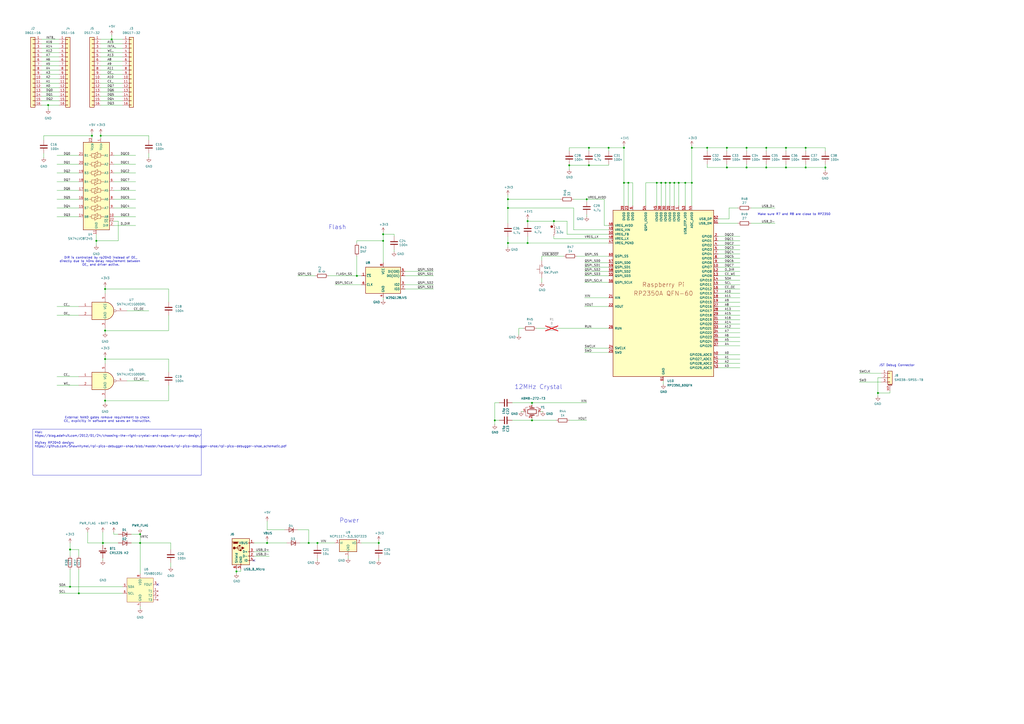
<source format=kicad_sch>
(kicad_sch (version 20250114) (generator "eeschema") (generator_version "9.0")
  (paper "A2")
  (circle (center 320.04 131.445) (radius 0.635) (stroke (width 0) (color 132 0 0 1)) (fill (type color) (color 132 0 0 1)))
  (text "Flash" (at 190.5 133.35 0) (effects (font (size 2.54 2.54)) (justify left bottom)))
  (text "DIR is controlled by rp2040 instead of OE_\ndirectly due to 40ns delay requirement between \nOE_ and driver active." (at 58.42 151.638 0) (effects (font (size 1.27 1.27))))
  (text "External NAND gates remove requirement to check\nCE_ explicitly in software and saves an instruction." (at 62.23 243.332 0) (effects (font (size 1.27 1.27))))
  (text "12MHz Crystal" (at 298.45 226.06 0) (effects (font (size 2.54 2.54)) (justify left bottom)))
  (text "Make sure R7 and R8 are close to RP2350\n" (at 439.42 125.095 0) (effects (font (size 1.27 1.27)) (justify left bottom)))
  (text "Power" (at 196.85 303.53 0) (effects (font (size 2.54 2.54)) (justify left bottom)))
  (text "JST Debug Connector" (at 509.905 212.725 0) (effects (font (size 1.27 1.27)) (justify left bottom)))
  (text_box "Xtal:\nhttps://blog.adafruit.com/2012/01/24/choosing-the-right-crystal-and-caps-for-your-design/\n\nDigikey RP2040 design:\nhttps://github.com/ShawnHymel/rpi-pico-debugger-shoe/blob/master/hardware/rpi-pico-debugger-shoe/rpi-pico-debugger-shoe_schematic.pdf" (at 19.05 248.92 0) (size 97.79 26.67) (margins 0.9525 0.9525 0.9525 0.9525) (effects (font (size 1.27 1.27)) (justify left top)))
  (junction (at 509.27 227.965))
  (junction (at 60.96 208.28))
  (junction (at 467.36 85.725))
  (junction (at 306.07 140.97))
  (junction (at 59.69 314.96))
  (junction (at 341.63 85.725))
  (junction (at 60.96 191.77))
  (junction (at 53.34 78.74))
  (junction (at 340.36 115.57))
  (junction (at 64.77 22.86))
  (junction (at 364.49 106.045))
  (junction (at 294.64 120.65))
  (junction (at 467.36 97.155))
  (junction (at 154.94 314.96))
  (junction (at 401.32 85.725))
  (junction (at 55.88 139.7))
  (junction (at 184.15 314.96))
  (junction (at 45.72 344.17))
  (junction (at 341.63 95.885))
  (junction (at 179.07 314.96))
  (junction (at 421.64 97.155))
  (junction (at 81.28 309.88))
  (junction (at 60.96 167.64))
  (junction (at 219.71 314.96))
  (junction (at 444.5 97.155))
  (junction (at 222.25 139.7))
  (junction (at 433.07 97.155))
  (junction (at 393.7 106.045))
  (junction (at 455.93 85.725))
  (junction (at 455.93 97.155))
  (junction (at 410.21 85.725))
  (junction (at 421.64 85.725))
  (junction (at 287.02 243.84))
  (junction (at 361.95 85.725))
  (junction (at 444.5 85.725))
  (junction (at 383.54 106.045))
  (junction (at 321.31 128.27))
  (junction (at 58.42 78.74))
  (junction (at 381 106.045))
  (junction (at 397.51 106.045))
  (junction (at 478.79 97.155))
  (junction (at 433.07 85.725))
  (junction (at 60.96 232.41))
  (junction (at 330.2 95.885))
  (junction (at 81.28 314.96))
  (junction (at 401.32 106.045))
  (junction (at 40.64 318.77))
  (junction (at 361.95 106.045))
  (junction (at 294.64 115.57))
  (junction (at 308.61 233.68))
  (junction (at 353.06 85.725))
  (junction (at 294.64 140.97))
  (junction (at 386.08 106.045))
  (junction (at 207.01 160.02))
  (junction (at 388.62 106.045))
  (junction (at 391.16 106.045))
  (junction (at 137.16 331.47))
  (junction (at 40.64 340.36))
  (junction (at 308.61 243.84))
  (junction (at 222.25 135.89))
  (junction (at 306.07 128.27))
  (junction (at 27.94 60.96))
  (no_connect (at 91.44 339.09))
  (no_connect (at 147.32 325.12))
  (wire (pts (xy 341.63 87.63) (xy 341.63 85.725)))
  (wire (pts (xy 59.69 314.96) (xy 68.58 314.96)))
  (wire (pts (xy 323.85 190.5) (xy 353.06 190.5)))
  (wire (pts (xy 455.93 95.25) (xy 455.93 97.155)))
  (wire (pts (xy 416.56 210.82) (xy 429.26 210.82)))
  (wire (pts (xy 308.61 233.68) (xy 340.36 233.68)))
  (wire (pts (xy 222.25 135.89) (xy 222.25 139.7)))
  (wire (pts (xy 416.56 177.8) (xy 429.26 177.8)))
  (wire (pts (xy 294.64 120.65) (xy 294.64 129.54)))
  (wire (pts (xy 66.04 308.61) (xy 66.04 309.88)))
  (wire (pts (xy 353.06 85.725) (xy 361.95 85.725)))
  (wire (pts (xy 228.6 144.78) (xy 228.6 146.05)))
  (wire (pts (xy 60.96 207.01) (xy 60.96 208.28)))
  (wire (pts (xy 81.28 309.88) (xy 81.28 314.96)))
  (wire (pts (xy 421.64 97.155) (xy 410.21 97.155)))
  (wire (pts (xy 478.79 97.155) (xy 478.79 99.06)))
  (wire (pts (xy 321.31 138.43) (xy 321.31 137.16)))
  (wire (pts (xy 66.04 115.57) (xy 78.74 115.57)))
  (wire (pts (xy 410.21 87.63) (xy 410.21 85.725)))
  (wire (pts (xy 24.13 40.64) (xy 34.29 40.64)))
  (wire (pts (xy 60.96 232.41) (xy 97.79 232.41)))
  (wire (pts (xy 416.56 180.34) (xy 429.26 180.34)))
  (wire (pts (xy 59.69 308.61) (xy 59.69 314.96)))
  (wire (pts (xy 33.02 90.17) (xy 45.72 90.17)))
  (wire (pts (xy 58.42 50.8) (xy 71.12 50.8)))
  (wire (pts (xy 201.93 322.58) (xy 201.93 323.85)))
  (wire (pts (xy 24.13 30.48) (xy 34.29 30.48)))
  (wire (pts (xy 364.49 106.045) (xy 367.03 106.045)))
  (wire (pts (xy 339.09 154.94) (xy 353.06 154.94)))
  (wire (pts (xy 416.56 190.5) (xy 429.26 190.5)))
  (wire (pts (xy 33.02 100.33) (xy 45.72 100.33)))
  (wire (pts (xy 50.8 308.61) (xy 50.8 314.96)))
  (wire (pts (xy 397.51 119.38) (xy 397.51 106.045)))
  (wire (pts (xy 222.25 172.72) (xy 222.25 173.99)))
  (wire (pts (xy 401.32 84.455) (xy 401.32 85.725)))
  (wire (pts (xy 58.42 35.56) (xy 71.12 35.56)))
  (wire (pts (xy 228.6 137.16) (xy 228.6 135.89)))
  (wire (pts (xy 467.36 95.25) (xy 467.36 97.155)))
  (wire (pts (xy 219.71 314.96) (xy 219.71 313.69)))
  (wire (pts (xy 381 106.045) (xy 383.54 106.045)))
  (wire (pts (xy 172.72 307.34) (xy 179.07 307.34)))
  (wire (pts (xy 66.04 125.73) (xy 78.74 125.73)))
  (wire (pts (xy 350.52 130.81) (xy 353.06 130.81)))
  (wire (pts (xy 66.04 130.81) (xy 78.74 130.81)))
  (wire (pts (xy 306.07 127) (xy 306.07 128.27)))
  (wire (pts (xy 219.71 323.85) (xy 219.71 325.12)))
  (wire (pts (xy 421.64 85.725) (xy 433.07 85.725)))
  (wire (pts (xy 25.4 88.9) (xy 25.4 91.44)))
  (wire (pts (xy 33.02 110.49) (xy 45.72 110.49)))
  (wire (pts (xy 24.13 27.94) (xy 34.29 27.94)))
  (wire (pts (xy 330.2 95.25) (xy 330.2 95.885)))
  (wire (pts (xy 60.96 167.64) (xy 97.79 167.64)))
  (wire (pts (xy 435.61 120.65) (xy 449.58 120.65)))
  (wire (pts (xy 45.72 330.2) (xy 45.72 344.17)))
  (wire (pts (xy 45.72 318.77) (xy 40.64 318.77)))
  (wire (pts (xy 422.91 120.65) (xy 427.99 120.65)))
  (wire (pts (xy 416.56 127) (xy 422.91 127)))
  (wire (pts (xy 353.06 135.89) (xy 328.93 135.89)))
  (wire (pts (xy 45.72 344.17) (xy 71.12 344.17)))
  (wire (pts (xy 81.28 353.06) (xy 81.28 351.79)))
  (wire (pts (xy 308.61 234.95) (xy 308.61 233.68)))
  (wire (pts (xy 361.95 84.455) (xy 361.95 85.725)))
  (wire (pts (xy 66.04 309.88) (xy 68.58 309.88)))
  (wire (pts (xy 55.88 139.7) (xy 55.88 142.24)))
  (wire (pts (xy 421.64 95.25) (xy 421.64 97.155)))
  (wire (pts (xy 327.025 148.59) (xy 314.325 148.59)))
  (wire (pts (xy 76.2 314.96) (xy 81.28 314.96)))
  (wire (pts (xy 97.79 167.64) (xy 97.79 175.26)))
  (wire (pts (xy 58.42 45.72) (xy 71.12 45.72)))
  (wire (pts (xy 313.69 238.76) (xy 314.96 238.76)))
  (wire (pts (xy 58.42 58.42) (xy 71.12 58.42)))
  (wire (pts (xy 209.55 314.96) (xy 219.71 314.96)))
  (wire (pts (xy 99.06 318.77) (xy 99.06 314.96)))
  (wire (pts (xy 416.56 175.26) (xy 429.26 175.26)))
  (wire (pts (xy 353.06 95.885) (xy 353.06 95.25)))
  (wire (pts (xy 478.79 87.63) (xy 478.79 85.725)))
  (wire (pts (xy 60.96 167.64) (xy 60.96 170.18)))
  (wire (pts (xy 416.56 185.42) (xy 429.26 185.42)))
  (wire (pts (xy 25.4 81.28) (xy 25.4 78.74)))
  (wire (pts (xy 60.96 166.37) (xy 60.96 167.64)))
  (wire (pts (xy 339.09 157.48) (xy 353.06 157.48)))
  (wire (pts (xy 60.96 231.14) (xy 60.96 232.41)))
  (wire (pts (xy 361.95 106.045) (xy 361.95 119.38)))
  (wire (pts (xy 207.01 160.02) (xy 209.55 160.02)))
  (wire (pts (xy 24.13 25.4) (xy 34.29 25.4)))
  (wire (pts (xy 444.5 87.63) (xy 444.5 85.725)))
  (wire (pts (xy 154.94 302.26) (xy 154.94 307.34)))
  (wire (pts (xy 306.07 129.54) (xy 306.07 128.27)))
  (wire (pts (xy 24.13 43.18) (xy 34.29 43.18)))
  (wire (pts (xy 401.32 85.725) (xy 410.21 85.725)))
  (wire (pts (xy 391.16 106.045) (xy 393.7 106.045)))
  (wire (pts (xy 297.18 233.68) (xy 308.61 233.68)))
  (wire (pts (xy 401.32 85.725) (xy 401.32 106.045)))
  (wire (pts (xy 184.15 316.23) (xy 184.15 314.96)))
  (wire (pts (xy 58.42 33.02) (xy 71.12 33.02)))
  (wire (pts (xy 444.5 95.25) (xy 444.5 97.155)))
  (wire (pts (xy 339.09 160.02) (xy 353.06 160.02)))
  (wire (pts (xy 97.79 208.28) (xy 97.79 215.9)))
  (wire (pts (xy 81.28 314.96) (xy 81.28 332.74)))
  (wire (pts (xy 58.42 30.48) (xy 71.12 30.48)))
  (wire (pts (xy 228.6 135.89) (xy 222.25 135.89)))
  (wire (pts (xy 509.27 227.965) (xy 509.27 229.87)))
  (wire (pts (xy 58.42 43.18) (xy 71.12 43.18)))
  (wire (pts (xy 416.56 147.32) (xy 429.26 147.32)))
  (wire (pts (xy 509.27 227.965) (xy 516.255 227.965)))
  (wire (pts (xy 234.95 160.02) (xy 251.46 160.02)))
  (wire (pts (xy 40.64 330.2) (xy 40.64 340.36)))
  (wire (pts (xy 384.81 220.98) (xy 384.81 222.885)))
  (wire (pts (xy 33.02 182.88) (xy 45.72 182.88)))
  (wire (pts (xy 24.13 45.72) (xy 34.29 45.72)))
  (wire (pts (xy 66.04 90.17) (xy 78.74 90.17)))
  (wire (pts (xy 294.64 115.57) (xy 294.64 120.65)))
  (wire (pts (xy 139.7 330.2) (xy 139.7 331.47)))
  (wire (pts (xy 222.25 139.7) (xy 222.25 152.4)))
  (wire (pts (xy 173.99 314.96) (xy 179.07 314.96)))
  (wire (pts (xy 308.61 243.84) (xy 322.58 243.84)))
  (wire (pts (xy 58.42 60.96) (xy 71.12 60.96)))
  (wire (pts (xy 416.56 193.04) (xy 429.26 193.04)))
  (wire (pts (xy 340.36 115.57) (xy 340.36 116.84)))
  (wire (pts (xy 58.42 27.94) (xy 71.12 27.94)))
  (wire (pts (xy 289.56 233.68) (xy 287.02 233.68)))
  (wire (pts (xy 330.2 95.885) (xy 330.2 98.425)))
  (wire (pts (xy 393.7 106.045) (xy 397.51 106.045)))
  (wire (pts (xy 53.34 77.47) (xy 53.34 78.74)))
  (wire (pts (xy 68.58 139.7) (xy 68.58 128.27)))
  (wire (pts (xy 289.56 243.84) (xy 287.02 243.84)))
  (wire (pts (xy 388.62 106.045) (xy 391.16 106.045)))
  (wire (pts (xy 467.36 85.725) (xy 478.79 85.725)))
  (wire (pts (xy 416.56 182.88) (xy 429.26 182.88)))
  (wire (pts (xy 154.94 313.69) (xy 154.94 314.96)))
  (wire (pts (xy 416.56 200.66) (xy 429.26 200.66)))
  (wire (pts (xy 388.62 119.38) (xy 388.62 106.045)))
  (wire (pts (xy 416.56 167.64) (xy 429.26 167.64)))
  (wire (pts (xy 66.04 100.33) (xy 78.74 100.33)))
  (wire (pts (xy 58.42 22.86) (xy 64.77 22.86)))
  (wire (pts (xy 416.56 152.4) (xy 429.26 152.4)))
  (wire (pts (xy 314.325 161.29) (xy 314.325 163.83)))
  (wire (pts (xy 60.96 191.77) (xy 60.96 193.04)))
  (wire (pts (xy 306.07 128.27) (xy 321.31 128.27)))
  (wire (pts (xy 24.13 53.34) (xy 34.29 53.34)))
  (wire (pts (xy 297.18 243.84) (xy 308.61 243.84)))
  (wire (pts (xy 60.96 190.5) (xy 60.96 191.77)))
  (wire (pts (xy 194.31 165.1) (xy 209.55 165.1)))
  (wire (pts (xy 137.16 331.47) (xy 137.16 332.74)))
  (wire (pts (xy 393.7 106.045) (xy 393.7 119.38)))
  (wire (pts (xy 433.07 87.63) (xy 433.07 85.725)))
  (wire (pts (xy 498.475 221.615) (xy 511.175 221.615)))
  (wire (pts (xy 33.02 115.57) (xy 45.72 115.57)))
  (wire (pts (xy 66.04 120.65) (xy 78.74 120.65)))
  (wire (pts (xy 58.42 38.1) (xy 71.12 38.1)))
  (wire (pts (xy 294.64 137.16) (xy 294.64 140.97)))
  (wire (pts (xy 68.58 128.27) (xy 66.04 128.27)))
  (wire (pts (xy 498.475 216.535) (xy 511.175 216.535)))
  (wire (pts (xy 24.13 48.26) (xy 34.29 48.26)))
  (wire (pts (xy 511.175 219.075) (xy 509.27 219.075)))
  (wire (pts (xy 184.15 323.85) (xy 184.15 325.12)))
  (wire (pts (xy 444.5 97.155) (xy 433.07 97.155)))
  (wire (pts (xy 416.56 198.12) (xy 429.26 198.12)))
  (wire (pts (xy 383.54 119.38) (xy 383.54 106.045)))
  (wire (pts (xy 33.02 95.25) (xy 45.72 95.25)))
  (wire (pts (xy 294.64 115.57) (xy 325.12 115.57)))
  (wire (pts (xy 311.15 190.5) (xy 316.23 190.5)))
  (wire (pts (xy 58.42 78.74) (xy 58.42 80.01)))
  (wire (pts (xy 478.79 95.25) (xy 478.79 97.155)))
  (wire (pts (xy 433.07 95.25) (xy 433.07 97.155)))
  (wire (pts (xy 59.69 314.96) (xy 59.69 316.23)))
  (wire (pts (xy 137.16 330.2) (xy 137.16 331.47)))
  (wire (pts (xy 97.79 191.77) (xy 97.79 182.88)))
  (wire (pts (xy 60.96 232.41) (xy 60.96 233.68)))
  (wire (pts (xy 58.42 53.34) (xy 71.12 53.34)))
  (wire (pts (xy 353.06 148.59) (xy 334.645 148.59)))
  (wire (pts (xy 339.09 172.72) (xy 353.06 172.72)))
  (wire (pts (xy 467.36 87.63) (xy 467.36 85.725)))
  (wire (pts (xy 294.64 113.03) (xy 294.64 115.57)))
  (wire (pts (xy 416.56 165.1) (xy 429.26 165.1)))
  (wire (pts (xy 416.56 129.54) (xy 427.99 129.54)))
  (wire (pts (xy 40.64 340.36) (xy 71.12 340.36)))
  (wire (pts (xy 306.07 140.97) (xy 353.06 140.97)))
  (wire (pts (xy 60.96 208.28) (xy 60.96 210.82)))
  (wire (pts (xy 58.42 25.4) (xy 71.12 25.4)))
  (wire (pts (xy 332.74 115.57) (xy 340.36 115.57)))
  (wire (pts (xy 433.07 97.155) (xy 421.64 97.155)))
  (wire (pts (xy 455.93 85.725) (xy 467.36 85.725)))
  (wire (pts (xy 416.56 154.94) (xy 429.26 154.94)))
  (wire (pts (xy 294.64 140.97) (xy 294.64 143.51)))
  (wire (pts (xy 172.72 160.02) (xy 182.88 160.02)))
  (wire (pts (xy 222.25 134.62) (xy 222.25 135.89)))
  (wire (pts (xy 416.56 170.18) (xy 429.26 170.18)))
  (wire (pts (xy 416.56 172.72) (xy 429.26 172.72)))
  (wire (pts (xy 33.02 120.65) (xy 45.72 120.65)))
  (wire (pts (xy 287.02 243.84) (xy 287.02 246.38)))
  (wire (pts (xy 391.16 119.38) (xy 391.16 106.045)))
  (wire (pts (xy 308.61 242.57) (xy 308.61 243.84)))
  (wire (pts (xy 50.8 314.96) (xy 59.69 314.96)))
  (wire (pts (xy 341.63 95.25) (xy 341.63 95.885)))
  (wire (pts (xy 341.63 85.725) (xy 353.06 85.725)))
  (wire (pts (xy 341.63 95.885) (xy 353.06 95.885)))
  (wire (pts (xy 421.64 87.63) (xy 421.64 85.725)))
  (wire (pts (xy 45.72 322.58) (xy 45.72 318.77)))
  (wire (pts (xy 34.29 344.17) (xy 45.72 344.17)))
  (wire (pts (xy 58.42 40.64) (xy 71.12 40.64)))
  (wire (pts (xy 401.32 106.045) (xy 401.32 119.38)))
  (wire (pts (xy 332.74 133.35) (xy 353.06 133.35)))
  (wire (pts (xy 58.42 77.47) (xy 58.42 78.74)))
  (wire (pts (xy 234.95 165.1) (xy 251.46 165.1)))
  (wire (pts (xy 147.32 314.96) (xy 154.94 314.96)))
  (wire (pts (xy 58.42 55.88) (xy 71.12 55.88)))
  (wire (pts (xy 97.79 232.41) (xy 97.79 223.52)))
  (wire (pts (xy 367.03 106.045) (xy 367.03 119.38)))
  (wire (pts (xy 353.06 177.8) (xy 339.09 177.8)))
  (wire (pts (xy 27.94 60.96) (xy 27.94 63.5)))
  (wire (pts (xy 33.02 223.52) (xy 45.72 223.52)))
  (wire (pts (xy 416.56 205.74) (xy 429.26 205.74)))
  (wire (pts (xy 33.02 105.41) (xy 45.72 105.41)))
  (wire (pts (xy 455.93 87.63) (xy 455.93 85.725)))
  (wire (pts (xy 24.13 33.02) (xy 34.29 33.02)))
  (wire (pts (xy 303.53 190.5) (xy 300.99 190.5)))
  (wire (pts (xy 147.32 322.58) (xy 156.21 322.58)))
  (wire (pts (xy 416.56 162.56) (xy 429.26 162.56)))
  (wire (pts (xy 467.36 97.155) (xy 478.79 97.155)))
  (wire (pts (xy 416.56 137.16) (xy 429.26 137.16)))
  (wire (pts (xy 33.02 177.8) (xy 45.72 177.8)))
  (wire (pts (xy 516.255 226.695) (xy 516.255 227.965)))
  (wire (pts (xy 353.06 163.83) (xy 339.09 163.83)))
  (wire (pts (xy 314.325 148.59) (xy 314.325 151.13)))
  (wire (pts (xy 64.77 22.86) (xy 71.12 22.86)))
  (wire (pts (xy 306.07 137.16) (xy 306.07 140.97)))
  (wire (pts (xy 444.5 85.725) (xy 455.93 85.725)))
  (wire (pts (xy 416.56 187.96) (xy 429.26 187.96)))
  (wire (pts (xy 40.64 314.96) (xy 40.64 318.77)))
  (wire (pts (xy 287.02 233.68) (xy 287.02 243.84)))
  (wire (pts (xy 383.54 106.045) (xy 386.08 106.045)))
  (wire (pts (xy 374.65 106.045) (xy 381 106.045)))
  (wire (pts (xy 328.93 135.89) (xy 328.93 128.27)))
  (wire (pts (xy 234.95 167.64) (xy 251.46 167.64)))
  (wire (pts (xy 364.49 119.38) (xy 364.49 106.045)))
  (wire (pts (xy 24.13 35.56) (xy 34.29 35.56)))
  (wire (pts (xy 339.09 152.4) (xy 353.06 152.4)))
  (wire (pts (xy 294.64 140.97) (xy 306.07 140.97)))
  (wire (pts (xy 73.66 180.34) (xy 86.36 180.34)))
  (wire (pts (xy 455.93 97.155) (xy 444.5 97.155)))
  (wire (pts (xy 386.08 119.38) (xy 386.08 106.045)))
  (wire (pts (xy 381 119.38) (xy 381 106.045)))
  (wire (pts (xy 34.29 340.36) (xy 40.64 340.36)))
  (wire (pts (xy 59.69 323.85) (xy 59.69 325.12)))
  (wire (pts (xy 361.95 85.725) (xy 361.95 106.045)))
  (wire (pts (xy 435.61 129.54) (xy 449.58 129.54)))
  (wire (pts (xy 397.51 106.045) (xy 401.32 106.045)))
  (wire (pts (xy 55.88 135.89) (xy 55.88 139.7)))
  (wire (pts (xy 410.21 95.25) (xy 410.21 97.155)))
  (wire (pts (xy 86.36 88.9) (xy 86.36 91.44)))
  (wire (pts (xy 207.01 139.7) (xy 222.25 139.7)))
  (wire (pts (xy 86.36 78.74) (xy 86.36 81.28)))
  (wire (pts (xy 190.5 160.02) (xy 207.01 160.02)))
  (wire (pts (xy 24.13 50.8) (xy 34.29 50.8)))
  (wire (pts (xy 219.71 316.23) (xy 219.71 314.96)))
  (wire (pts (xy 416.56 142.24) (xy 429.26 142.24)))
  (wire (pts (xy 353.06 201.93) (xy 339.09 201.93)))
  (wire (pts (xy 34.29 60.96) (xy 27.94 60.96)))
  (wire (pts (xy 99.06 314.96) (xy 81.28 314.96)))
  (wire (pts (xy 207.01 140.97) (xy 207.01 139.7)))
  (wire (pts (xy 24.13 58.42) (xy 34.29 58.42)))
  (wire (pts (xy 179.07 307.34) (xy 179.07 314.96)))
  (wire (pts (xy 147.32 320.04) (xy 156.21 320.04)))
  (wire (pts (xy 422.91 120.65) (xy 422.91 127)))
  (wire (pts (xy 24.13 60.96) (xy 27.94 60.96)))
  (wire (pts (xy 60.96 191.77) (xy 97.79 191.77)))
  (wire (pts (xy 139.7 331.47) (xy 137.16 331.47)))
  (wire (pts (xy 76.2 309.88) (xy 81.28 309.88)))
  (wire (pts (xy 353.06 87.63) (xy 353.06 85.725)))
  (wire (pts (xy 66.04 110.49) (xy 78.74 110.49)))
  (wire (pts (xy 24.13 38.1) (xy 34.29 38.1)))
  (wire (pts (xy 416.56 213.36) (xy 429.26 213.36)))
  (wire (pts (xy 24.13 55.88) (xy 34.29 55.88)))
  (wire (pts (xy 364.49 106.045) (xy 361.95 106.045)))
  (wire (pts (xy 55.88 139.7) (xy 68.58 139.7)))
  (wire (pts (xy 416.56 144.78) (xy 429.26 144.78)))
  (wire (pts (xy 33.02 218.44) (xy 45.72 218.44)))
  (wire (pts (xy 66.04 105.41) (xy 78.74 105.41)))
  (wire (pts (xy 25.4 78.74) (xy 53.34 78.74)))
  (wire (pts (xy 509.27 219.075) (xy 509.27 227.965)))
  (wire (pts (xy 73.66 220.98) (xy 86.36 220.98)))
  (wire (pts (xy 332.74 120.65) (xy 332.74 133.35)))
  (wire (pts (xy 416.56 157.48) (xy 429.26 157.48)))
  (wire (pts (xy 302.26 238.76) (xy 303.53 238.76)))
  (wire (pts (xy 154.94 314.96) (xy 166.37 314.96)))
  (wire (pts (xy 340.36 125.73) (xy 340.36 124.46)))
  (wire (pts (xy 330.2 87.63) (xy 330.2 85.725)))
  (wire (pts (xy 179.07 314.96) (xy 184.15 314.96)))
  (wire (pts (xy 154.94 307.34) (xy 165.1 307.34)))
  (wire (pts (xy 294.64 120.65) (xy 332.74 120.65)))
  (wire (pts (xy 58.42 48.26) (xy 71.12 48.26)))
  (wire (pts (xy 340.36 115.57) (xy 350.52 115.57)))
  (wire (pts (xy 416.56 139.7) (xy 429.26 139.7)))
  (wire (pts (xy 416.56 195.58) (xy 429.26 195.58)))
  (wire (pts (xy 353.06 204.47) (xy 339.09 204.47)))
  (wire (pts (xy 321.31 138.43) (xy 353.06 138.43)))
  (wire (pts (xy 386.08 106.045) (xy 388.62 106.045)))
  (wire (pts (xy 374.65 119.38) (xy 374.65 106.045)))
  (wire (pts (xy 66.04 95.25) (xy 78.74 95.25)))
  (wire (pts (xy 24.13 22.86) (xy 34.29 22.86)))
  (wire (pts (xy 467.36 97.155) (xy 455.93 97.155)))
  (wire (pts (xy 194.31 314.96) (xy 184.15 314.96)))
  (wire (pts (xy 40.64 318.77) (xy 40.64 322.58)))
  (wire (pts (xy 58.42 78.74) (xy 86.36 78.74)))
  (wire (pts (xy 99.06 326.39) (xy 99.06 328.93)))
  (wire (pts (xy 350.52 115.57) (xy 350.52 130.81)))
  (wire (pts (xy 330.2 85.725) (xy 341.63 85.725)))
  (wire (pts (xy 53.34 78.74) (xy 53.34 80.01)))
  (wire (pts (xy 33.02 125.73) (xy 45.72 125.73)))
  (wire (pts (xy 410.21 85.725) (xy 421.64 85.725)))
  (wire (pts (xy 433.07 85.725) (xy 444.5 85.725)))
  (wire (pts (xy 64.77 20.32) (xy 64.77 22.86)))
  (wire (pts (xy 60.96 208.28) (xy 97.79 208.28)))
  (wire (pts (xy 300.99 190.5) (xy 300.99 194.31)))
  (wire (pts (xy 416.56 208.28) (xy 429.26 208.28)))
  (wire (pts (xy 328.93 128.27) (xy 321.31 128.27)))
  (wire (pts (xy 234.95 157.48) (xy 251.46 157.48)))
  (wire (pts (xy 321.31 128.27) (xy 321.31 129.54)))
  (wire (pts (xy 416.56 149.86) (xy 429.26 149.86)))
  (wire (pts (xy 330.2 95.885) (xy 341.63 95.885)))
  (wire (pts (xy 416.56 160.02) (xy 429.26 160.02)))
  (wire (pts (xy 330.2 243.84) (xy 340.36 243.84)))
  (wire (pts (xy 207.01 148.59) (xy 207.01 160.02)))
  (label "DQC4" (at 420.37 147.32 0))
  (label "DQ6" (at 62.23 53.34 0))
  (label "A5" (at 420.37 198.12 0))
  (label "A10" (at 62.23 45.72 0))
  (label "DQ5" (at 36.83 115.57 0))
  (label "VIN" (at 186.055 314.96 0))
  (label "A3" (at 420.37 213.36 0))
  (label "DQC2" (at 420.37 142.24 0))
  (label "~{USB_BOOT}" (at 314.325 148.59 0))
  (label "SDA" (at 420.37 162.56 0))
  (label "A0" (at 26.67 50.8 0))
  (label "QSPI_SD2" (at 251.46 165.1 180))
  (label "CE_" (at 36.83 177.8 0))
  (label "A3" (at 26.67 43.18 0))
  (label "DQ7" (at 62.23 50.8 0))
  (label "A14" (at 26.67 27.94 0))
  (label "D_DIR" (at 69.85 130.81 0))
  (label "DQC5" (at 69.85 115.57 0))
  (label "DQC3" (at 69.85 125.73 0))
  (label "A0" (at 420.37 205.74 0))
  (label "DQC1" (at 420.37 139.7 0))
  (label "A15" (at 62.23 25.4 0))
  (label "A12" (at 420.37 190.5 0))
  (label "XIN" (at 339.09 172.72 0))
  (label "DQC4" (at 69.85 120.65 0))
  (label "A9" (at 420.37 175.26 0))
  (label "CE_" (at 36.83 218.44 0))
  (label "A12" (at 26.67 30.48 0))
  (label "DQC0" (at 420.37 137.16 0))
  (label "A8" (at 62.23 35.56 0))
  (label "DQC5" (at 420.37 149.86 0))
  (label "A13" (at 62.23 33.02 0))
  (label "VREG_LX" (at 339.09 138.43 0))
  (label "A4" (at 420.37 200.66 0))
  (label "SWD" (at 339.09 204.47 0))
  (label "XOUT" (at 339.09 177.8 0))
  (label "A2" (at 26.67 45.72 0))
  (label "A6" (at 420.37 195.58 0))
  (label "A7" (at 26.67 33.02 0))
  (label "DQC6" (at 420.37 152.4 0))
  (label "QSPI_SD1" (at 339.09 154.94 0))
  (label "A1" (at 26.67 48.26 0))
  (label "XIN" (at 340.36 233.68 180))
  (label "DQC7" (at 420.37 154.94 0))
  (label "QSPI_SS" (at 172.72 160.02 0))
  (label "CE_WE" (at 420.37 160.02 0))
  (label "WE_" (at 62.23 30.48 0))
  (label "USB_D+" (at 449.58 120.65 180))
  (label "QSPI_SD0" (at 339.09 152.4 0))
  (label "INTB_" (at 26.67 22.86 0))
  (label "DQ1" (at 36.83 95.25 0))
  (label "XOUT" (at 340.36 243.84 180))
  (label "A10" (at 420.37 170.18 0))
  (label "DQ3" (at 36.83 125.73 0))
  (label "CE_" (at 62.23 48.26 0))
  (label "A5" (at 26.67 38.1 0))
  (label "DQ0" (at 26.67 53.34 0))
  (label "QSPI_SD2" (at 339.09 157.48 0))
  (label "RUN" (at 339.09 190.5 0))
  (label "SCL" (at 420.37 165.1 0))
  (label "CE_OE" (at 420.37 167.64 0))
  (label "A4" (at 26.67 40.64 0))
  (label "DQC1" (at 69.85 95.25 0))
  (label "SWD" (at 498.475 221.615 0))
  (label "DQ7" (at 36.83 105.41 0))
  (label "FLASH_SS" (at 194.945 160.02 0))
  (label "QSPI_SD3" (at 251.46 167.64 180))
  (label "USB_D-" (at 449.58 129.54 180))
  (label "VREG_AVDD" (at 340.995 115.57 0))
  (label "A8" (at 420.37 177.8 0))
  (label "DQC6" (at 69.85 110.49 0))
  (label "DQC2" (at 69.85 100.33 0))
  (label "QSPI_SCLK" (at 194.31 165.1 0))
  (label "A7" (at 420.37 193.04 0))
  (label "DQ1" (at 26.67 55.88 0))
  (label "SWCLK" (at 498.475 216.535 0))
  (label "DQ0" (at 36.83 90.17 0))
  (label "VRTC" (at 81.28 312.42 0))
  (label "QSPI_SS" (at 339.09 148.59 0))
  (label "QSPI_SD3" (at 339.09 160.02 0))
  (label "A9" (at 62.23 38.1 0))
  (label "USB_D+" (at 156.21 320.04 180))
  (label "WE_" (at 36.83 223.52 0))
  (label "A16" (at 420.37 185.42 0))
  (label "D_DIR" (at 420.37 157.48 0))
  (label "QSPI_SD0" (at 251.46 157.48 180))
  (label "CE_OE" (at 77.47 180.34 0))
  (label "SDA" (at 34.29 340.36 0))
  (label "INTA_" (at 62.23 27.94 0))
  (label "DQC7" (at 69.85 105.41 0))
  (label "QSPI_SD1" (at 251.46 160.02 180))
  (label "A15" (at 420.37 182.88 0))
  (label "DQ5" (at 62.23 55.88 0))
  (label "SCL" (at 34.29 344.17 0))
  (label "A11" (at 420.37 172.72 0))
  (label "QSPI_SCLK" (at 339.09 163.83 0))
  (label "DQ3" (at 62.23 60.96 0))
  (label "DQ4" (at 36.83 120.65 0))
  (label "A1" (at 420.37 208.28 0))
  (label "SWCLK" (at 339.09 201.93 0))
  (label "A14" (at 420.37 187.96 0))
  (label "OE_" (at 36.83 182.88 0))
  (label "A13" (at 420.37 180.34 0))
  (label "OE_" (at 62.23 43.18 0))
  (label "DQ2" (at 36.83 100.33 0))
  (label "DQ6" (at 36.83 110.49 0))
  (label "A2" (at 420.37 210.82 0))
  (label "USB_D-" (at 156.21 322.58 180))
  (label "A16" (at 26.67 25.4 0))
  (label "DQC3" (at 420.37 144.78 0))
  (label "A11" (at 62.23 40.64 0))
  (label "DQ2" (at 26.67 58.42 0))
  (label "A6" (at 26.67 35.56 0))
  (label "DQC0" (at 69.85 90.17 0))
  (label "CE_WE" (at 77.47 220.98 0))
  (label "DQ4" (at 62.23 58.42 0))
  (symbol (lib_id "power:+3V3") (at 222.25 134.62 0) (unit 1)
    (property "Reference" "#PWR0102" (effects (hide yes)))
    (property "Value" "+3V3" (at 222.631 130.2258 0))
  )
  (symbol (lib_id "power:GND") (at 222.25 173.99 0) (unit 1)
    (property "Reference" "#PWR05" (effects (hide yes)))
    (property "Value" "GND" (at 218.44 175.26 0))
  )
  (symbol (lib_id "power:GND") (at 184.15 325.12 0) (unit 1)
    (property "Reference" "#PWR03" (effects (hide yes)))
    (property "Value" "GND" (at 180.34 326.39 0))
  )
  (symbol (lib_id "Connector_Generic:Conn_01x16") (at 76.2 40.64 0) (unit 1)
    (property "Reference" "J3" (at 76.2 16.51 0))
    (property "Value" "DBG17-32" (at 76.2 19.05 0))
    (property "Footprint" "Connector_PinHeader_2.54mm:PinHeader_1x16_P2.54mm_Vertical" (effects (hide yes)))
    (property "Description" "Generic connector, single row, 01x16, script generated (kicad-library-utils/schlib/autogen/connector/)" (effects (hide yes)))
  )
  (symbol (lib_id "Device:R") (at 40.64 326.39 180) (unit 1)
    (property "Reference" "R38" (at 38.608 326.39 90))
    (property "Value" "4k7" (at 40.64 326.39 90))
    (property "Footprint" "Resistor_SMD:R_0402_1005Metric" (effects (hide yes)))
    (property "Description" "Resistor" (effects (hide yes)))
  )
  (symbol (lib_id "power:PWR_FLAG") (at 50.8 308.61 0) (unit 1)
    (property "Reference" "#FLG01" (effects (hide yes)))
    (property "Value" "PWR_FLAG" (at 50.8 303.53 0))
    (property "Description" "Special symbol for telling ERC where power comes from" (effects (hide yes)))
  )
  (symbol (lib_id "power:GND") (at 509.27 229.87 0) (mirror y) (unit 1)
    (property "Reference" "#PWR061" (effects (hide yes)))
    (property "Value" "GND" (at 509.143 234.2642 0))
  )
  (symbol (lib_id "power:+3V3") (at 60.96 166.37 0) (unit 1)
    (property "Reference" "#PWR013" (effects (hide yes)))
    (property "Value" "+3V3" (at 60.96 161.29 0))
    (property "Description" "Power symbol creates a global label with name \"+3V3\"" (effects (hide yes)))
  )
  (symbol (lib_id "power:+3V3") (at 60.96 207.01 0) (unit 1)
    (property "Reference" "#PWR015" (effects (hide yes)))
    (property "Value" "+3V3" (at 60.96 201.93 0))
    (property "Description" "Power symbol creates a global label with name \"+3V3\"" (effects (hide yes)))
  )
  (symbol (lib_id "power:GND") (at 294.64 143.51 0) (mirror y) (unit 1)
    (property "Reference" "#PWR048" (effects (hide yes)))
    (property "Value" "GND" (at 298.45 144.78 0))
  )
  (symbol (lib_id "Device:C") (at 184.15 320.04 0) (unit 1)
    (property "Reference" "C21" (at 187.071 318.8716 0) (effects (justify left)))
    (property "Value" "10u" (at 187.071 321.183 0) (effects (justify left)))
    (property "Footprint" "Capacitor_SMD:C_0805_2012Metric" (effects (hide yes)))
  )
  (symbol (lib_id "power:GND") (at 60.96 233.68 0) (unit 1)
    (property "Reference" "#PWR016" (effects (hide yes)))
    (property "Value" "GND" (at 60.96 238.76 0))
    (property "Description" "Power symbol creates a global label with name \"GND\" , ground" (effects (hide yes)))
  )
  (symbol (lib_id "Device:C") (at 306.07 133.35 0) (unit 1)
    (property "Reference" "C27" (at 309.88 132.08 0) (effects (justify left)))
    (property "Value" "4.7u" (at 309.88 134.62 0) (effects (justify left)))
    (property "Footprint" "Kicad_Personal:C_0402_1005Metric_small_pads" (effects (hide yes)))
  )
  (symbol (lib_id "Device:C") (at 341.63 91.44 0) (unit 1)
    (property "Reference" "C30" (at 344.551 90.2716 0) (effects (justify left)))
    (property "Value" "4.7u" (at 344.551 92.583 0) (effects (justify left)))
    (property "Footprint" "Capacitor_SMD:C_0402_1005Metric" (effects (hide yes)))
  )
  (symbol (lib_id "power:GND") (at 287.02 246.38 0) (unit 1)
    (property "Reference" "#PWR0103" (effects (hide yes)))
    (property "Value" "GND" (at 287.147 250.7742 0))
  )
  (symbol (lib_id "Device:C") (at 228.6 140.97 0) (unit 1)
    (property "Reference" "C24" (at 231.521 139.8016 0) (effects (justify left)))
    (property "Value" "100n" (at 231.521 142.113 0) (effects (justify left)))
    (property "Footprint" "Capacitor_SMD:C_0402_1005Metric" (effects (hide yes)))
  )
  (symbol (lib_id "Device:C") (at 444.5 91.44 0) (unit 1)
    (property "Reference" "C35" (at 447.421 90.2716 0) (effects (justify left)))
    (property "Value" "100n" (at 447.421 92.583 0) (effects (justify left)))
    (property "Footprint" "Capacitor_SMD:C_0402_1005Metric" (effects (hide yes)))
  )
  (symbol (lib_id "Device:C") (at 455.93 91.44 0) (unit 1)
    (property "Reference" "C36" (at 458.851 90.2716 0) (effects (justify left)))
    (property "Value" "100n" (at 458.851 92.583 0) (effects (justify left)))
    (property "Footprint" "Capacitor_SMD:C_0402_1005Metric" (effects (hide yes)))
  )
  (symbol (lib_id "Device:C") (at 219.71 320.04 0) (unit 1)
    (property "Reference" "C25" (at 222.631 318.8716 0) (effects (justify left)))
    (property "Value" "10u" (at 222.631 321.183 0) (effects (justify left)))
    (property "Footprint" "Capacitor_SMD:C_0805_2012Metric" (effects (hide yes)))
  )
  (symbol (lib_id "power:GND") (at 201.93 323.85 0) (unit 1)
    (property "Reference" "#PWR041" (effects (hide yes)))
    (property "Value" "GND" (at 198.12 325.12 0))
  )
  (symbol (lib_id "Device:R") (at 307.34 190.5 270) (unit 1)
    (property "Reference" "R45" (at 307.34 185.2422 90))
    (property "Value" "1k" (at 307.34 187.5536 90))
    (property "Footprint" "Resistor_SMD:R_0402_1005Metric" (effects (hide yes)))
  )
  (symbol (lib_id "Device:C") (at 25.4 85.09 0) (unit 1)
    (property "Reference" "C16" (at 29.21 83.8199 0) (effects (justify left)))
    (property "Value" "100n" (at 29.21 86.3599 0) (effects (justify left)))
    (property "Footprint" "Capacitor_SMD:C_0603_1608Metric" (effects (hide yes)))
    (property "Description" "Unpolarized capacitor" (effects (hide yes)))
  )
  (symbol (lib_id "power:+3V3") (at 58.42 77.47 0) (unit 1)
    (property "Reference" "#PWR018" (effects (hide yes)))
    (property "Value" "+3V3" (at 58.42 72.39 0))
    (property "Description" "Power symbol creates a global label with name \"+3V3\"" (effects (hide yes)))
  )
  (symbol (lib_id "Device:R") (at 207.01 144.78 0) (unit 1)
    (property "Reference" "R43" (at 208.788 143.6116 0) (effects (justify left)))
    (property "Value" "DNF" (at 208.788 145.923 0) (effects (justify left)))
    (property "Footprint" "Resistor_SMD:R_0402_1005Metric" (effects (hide yes)))
  )
  (symbol (lib_id "Logic_LevelTranslator:SN74LVC8T245") (at 55.88 107.95 0) (mirror y) (unit 1)
    (property "Reference" "U4" (at 53.7367 135.89 0) (effects (justify left)))
    (property "Value" "SN74LVC8T245" (at 53.7367 138.43 0) (effects (justify left)))
    (property "Footprint" "Package_SO:SSOP-24_3.9x8.7mm_P0.635mm" (effects (hide yes)))
    (property "Datasheet" "https://www.ti.com/lit/ds/symlink/sn74lvc8t245.pdf" (effects (hide yes)))
    (property "Description" "8-Bit Dual-Supply Bus Transceiver With Configurable Voltage Translation and 3-State Outputs" (effects (hide yes)))
  )
  (symbol (lib_id "Connector_Generic_MountingPin:Conn_01x03_MountingPin") (at 516.255 219.075 0) (unit 1)
    (property "Reference" "J8" (at 518.795 217.805 0) (effects (justify left)))
    (property "Value" "SM03B-SRSS-TB" (at 518.795 220.345 0) (effects (justify left)))
    (property "Footprint" "Connector_JST:JST_SH_SM03B-SRSS-TB_1x03-1MP_P1.00mm_Horizontal" (effects (hide yes)))
  )
  (symbol (lib_id "power:GND") (at 384.81 222.885 0) (unit 1)
    (property "Reference" "#PWR055" (effects (hide yes)))
    (property "Value" "GND" (at 384.937 227.2792 0))
  )
  (symbol (lib_id "Device:C") (at 340.36 120.65 0) (unit 1)
    (property "Reference" "C29" (at 344.17 119.38 0) (effects (justify left)))
    (property "Value" "4.7u" (at 344.17 121.92 0) (effects (justify left)))
    (property "Footprint" "Capacitor_SMD:C_0402_1005Metric" (effects (hide yes)))
  )
  (symbol (lib_id "power:GND") (at 478.79 99.06 0) (mirror y) (unit 1)
    (property "Reference" "#PWR057" (effects (hide yes)))
    (property "Value" "GND" (at 478.663 103.4542 0))
  )
  (symbol (lib_id "Device:R") (at 45.72 326.39 180) (unit 1)
    (property "Reference" "R37" (at 43.688 326.39 90))
    (property "Value" "4k7" (at 45.72 326.39 90))
    (property "Footprint" "Resistor_SMD:R_0402_1005Metric" (effects (hide yes)))
    (property "Description" "Resistor" (effects (hide yes)))
  )
  (symbol (lib_id "Device:R") (at 186.69 160.02 90) (unit 1)
    (property "Reference" "R42" (at 185.5216 158.242 0) (effects (justify left)))
    (property "Value" "0" (at 187.833 158.242 0) (effects (justify left)))
    (property "Footprint" "Resistor_SMD:R_0402_1005Metric" (effects (hide yes)))
  )
  (symbol (lib_id "power:+BATT") (at 59.69 308.61 0) (unit 1)
    (property "Reference" "#PWR024" (effects (hide yes)))
    (property "Value" "+BATT" (at 59.69 303.53 0))
    (property "Description" "Power symbol creates a global label with name \"+BATT\"" (effects (hide yes)))
  )
  (symbol (lib_id "Diode:BZT52Bxx") (at 170.18 314.96 180) (unit 1)
    (property "Reference" "D3" (at 169.926 312.674 0))
    (property "Value" "BZT52C6V8-7-F" (effects (hide yes)))
    (property "Footprint" "Diode_SMD:D_SOD-123F" (effects (hide yes)))
    (property "Datasheet" "https://diotec.com/tl_files/diotec/files/pdf/datasheets/bzt52b2v4.pdf" (effects (hide yes)))
    (property "Description" "500mW Zener Diode, SOD-123F" (effects (hide yes)))
  )
  (symbol (lib_id "power:+5V") (at 64.77 20.32 0) (unit 1)
    (property "Reference" "#PWR02" (effects (hide yes)))
    (property "Value" "+5V" (at 64.77 15.24 0))
    (property "Description" "Power symbol creates a global label with name \"+5V\"" (effects (hide yes)))
  )
  (symbol (lib_id "Device:R") (at 326.39 243.84 270) (unit 1)
    (property "Reference" "R44" (at 326.39 238.5822 90))
    (property "Value" "1k" (at 326.39 240.8936 90))
    (property "Footprint" "Resistor_SMD:R_0402_1005Metric" (effects (hide yes)))
  )
  (symbol (lib_id "Connector_Generic:Conn_01x16") (at 53.34 40.64 0) (mirror y) (unit 1)
    (property "Reference" "J5" (at 53.34 16.51 0))
    (property "Value" "DS17-32" (at 53.34 19.05 0))
    (property "Footprint" "Kicad_Personal:PinHeader_1x16_P2.54mm_Vertical_DIP_Diameter_Flipside" (effects (hide yes)))
    (property "Description" "Generic connector, single row, 01x16, script generated (kicad-library-utils/schlib/autogen/connector/)" (effects (hide yes)))
  )
  (symbol (lib_id "Device:C") (at 467.36 91.44 0) (unit 1)
    (property "Reference" "C37" (at 470.281 90.2716 0) (effects (justify left)))
    (property "Value" "100n" (at 470.281 92.583 0) (effects (justify left)))
    (property "Footprint" "Capacitor_SMD:C_0402_1005Metric" (effects (hide yes)))
  )
  (symbol (lib_id "Device:C") (at 353.06 91.44 0) (unit 1)
    (property "Reference" "C31" (at 355.981 90.2716 0) (effects (justify left)))
    (property "Value" "100n" (at 355.981 92.583 0) (effects (justify left)))
    (property "Footprint" "Capacitor_SMD:C_0402_1005Metric" (effects (hide yes)))
  )
  (symbol (lib_id "power:GND") (at 314.325 163.83 0) (unit 1)
    (property "Reference" "#PWR051" (effects (hide yes)))
    (property "Value" "GND" (at 314.452 168.2242 0))
  )
  (symbol (lib_id "power:+3V3") (at 219.71 313.69 0) (unit 1)
    (property "Reference" "#PWR044" (effects (hide yes)))
    (property "Value" "+3V3" (at 220.091 309.2958 0))
  )
  (symbol (lib_id "Kicad_Personal:YSN8010SJ") (at 81.28 331.47 0) (unit 1)
    (property "Reference" "U6" (at 83.4233 330.2 0) (effects (justify left)))
    (property "Value" "YSN8010SJ" (at 83.4233 332.74 0) (effects (justify left)))
    (property "Footprint" "Package_SO:SOP-8_3.9x4.9mm_P1.27mm" (effects (hide yes)))
    (property "Datasheet" "https://www.lcsc.com/datasheet/lcsc_datasheet_2504101957_YXC-Crystal-Oscillators-YSN8010SJ-32-768KHZ_C42930215.pdf" (effects (hide yes)))
    (property "Description" "I2C Built-in SOP-8 Real Time Clocks ROHS" (effects (hide yes)))
  )
  (symbol (lib_id "Regulator_Linear:NCP1117-3.3_SOT223") (at 201.93 314.96 0) (unit 1)
    (property "Reference" "U9" (at 201.93 308.8132 0))
    (property "Value" "NCP1117-3.3_SOT223" (at 201.93 311.1246 0))
    (property "Footprint" "Package_TO_SOT_SMD:SOT-223-3_TabPin2" (effects (hide yes)))
    (property "Datasheet" "http://www.onsemi.com/pub_link/Collateral/NCP1117-D.PDF" (effects (hide yes)))
  )
  (symbol (lib_id "74xGxx:SN74LVC1G00DRL") (at 60.96 180.34 0) (unit 1)
    (property "Reference" "U7" (at 76.2 173.9198 0))
    (property "Value" "SN74LVC1G00DRL" (at 76.2 176.4598 0))
    (property "Footprint" "Package_TO_SOT_SMD:Texas_R-PDSO-N5_DRL-5" (effects (hide yes)))
    (property "Datasheet" "http://www.ti.com/lit/ds/symlink/sn74lvc1g00.pdf" (effects (hide yes)))
    (property "Description" "Single NAND Gate, Low-Voltage CMOS, SOT-553" (effects (hide yes)))
  )
  (symbol (lib_id "Device:C") (at 293.37 233.68 270) (unit 1)
    (property "Reference" "C22" (at 294.5384 236.601 0) (effects (justify left)))
    (property "Value" "15p" (at 292.227 236.601 0) (effects (justify left)))
    (property "Footprint" "Capacitor_SMD:C_0402_1005Metric" (effects (hide yes)))
  )
  (symbol (lib_id "power:+5V") (at 154.94 302.26 0) (unit 1)
    (property "Reference" "#PWR06" (effects (hide yes)))
    (property "Value" "+5V" (at 154.94 297.18 0))
    (property "Description" "Power symbol creates a global label with name \"+5V\"" (effects (hide yes)))
  )
  (symbol (lib_id "power:GND") (at 59.69 325.12 0) (unit 1)
    (property "Reference" "#PWR023" (effects (hide yes)))
    (property "Value" "GND" (at 59.69 336.55 0))
    (property "Description" "Power symbol creates a global label with name \"GND\" , ground" (effects (hide yes)))
  )
  (symbol (lib_id "power:+5V") (at 53.34 77.47 0) (unit 1)
    (property "Reference" "#PWR017" (effects (hide yes)))
    (property "Value" "+5V" (at 53.34 72.39 0))
    (property "Description" "Power symbol creates a global label with name \"+5V\"" (effects (hide yes)))
  )
  (symbol (lib_id "Device:Battery_Cell") (at 59.69 321.31 0) (unit 1)
    (property "Reference" "BT1" (at 63.5 318.1984 0) (effects (justify left)))
    (property "Value" "CR1225 H2" (at 63.5 320.7384 0) (effects (justify left)))
    (property "Footprint" "Kicad_Personal:CR1225_H2" (effects (hide yes)))
    (property "Description" "Single-cell battery" (effects (hide yes)))
  )
  (symbol (lib_id "power:+1V1") (at 361.95 84.455 0) (unit 1)
    (property "Reference" "#PWR054" (effects (hide yes)))
    (property "Value" "+1V1" (at 362.331 80.0608 0))
  )
  (symbol (lib_id "Device:C") (at 433.07 91.44 0) (unit 1)
    (property "Reference" "C34" (at 435.991 90.2716 0) (effects (justify left)))
    (property "Value" "100n" (at 435.991 92.583 0) (effects (justify left)))
    (property "Footprint" "Capacitor_SMD:C_0402_1005Metric" (effects (hide yes)))
  )
  (symbol (lib_id "power:VBUS") (at 154.94 313.69 0) (unit 1)
    (property "Reference" "#PWR04" (effects (hide yes)))
    (property "Value" "VBUS" (at 155.321 309.2958 0))
  )
  (symbol (lib_id "Device:C") (at 478.79 91.44 0) (unit 1)
    (property "Reference" "C38" (at 481.711 90.2716 0) (effects (justify left)))
    (property "Value" "100n" (at 481.711 92.583 0) (effects (justify left)))
    (property "Footprint" "Capacitor_SMD:C_0402_1005Metric" (effects (hide yes)))
  )
  (symbol (lib_id "power:+3V3") (at 66.04 308.61 0) (unit 1)
    (property "Reference" "#PWR022" (effects (hide yes)))
    (property "Value" "+3V3" (at 63.246 303.53 0) (effects (justify left)))
    (property "Description" "Power symbol creates a global label with name \"+3V3\"" (effects (hide yes)))
  )
  (symbol (lib_id "Device:C") (at 330.2 91.44 0) (unit 1)
    (property "Reference" "C28" (at 333.121 90.2716 0) (effects (justify left)))
    (property "Value" "100n" (at 333.121 92.583 0) (effects (justify left)))
    (property "Footprint" "Capacitor_SMD:C_0402_1005Metric" (effects (hide yes)))
  )
  (symbol (lib_id "power:GND") (at 314.96 238.76 0) (unit 1)
    (property "Reference" "#PWR046" (effects (hide yes)))
    (property "Value" "GND" (at 318.77 240.03 0))
  )
  (symbol (lib_id "Diode:BZT52Bxx") (at 72.39 309.88 180) (unit 1)
    (property "Reference" "D1" (at 72.136 307.34 0))
    (property "Value" "BZT52C6V8-7-F" (effects (hide yes)))
    (property "Footprint" "Diode_SMD:D_SOD-123F" (effects (hide yes)))
    (property "Datasheet" "https://diotec.com/tl_files/diotec/files/pdf/datasheets/bzt52b2v4.pdf" (effects (hide yes)))
    (property "Description" "500mW Zener Diode, SOD-123F" (effects (hide yes)))
  )
  (symbol (lib_id "Device:R") (at 431.8 120.65 270) (unit 1)
    (property "Reference" "R48" (at 431.8 115.3922 90))
    (property "Value" "27" (at 431.8 117.7036 90))
    (property "Footprint" "Resistor_SMD:R_0402_1005Metric" (effects (hide yes)))
  )
  (symbol (lib_id "Device:C") (at 97.79 179.07 0) (unit 1)
    (property "Reference" "C18" (at 101.6 177.7999 0) (effects (justify left)))
    (property "Value" "100n" (at 101.6 180.3399 0) (effects (justify left)))
    (property "Footprint" "Capacitor_SMD:C_0402_1005Metric" (effects (hide yes)))
    (property "Description" "Unpolarized capacitor" (effects (hide yes)))
  )
  (symbol (lib_id "power:GND") (at 300.99 194.31 0) (unit 1)
    (property "Reference" "#PWR049" (effects (hide yes)))
    (property "Value" "GND" (at 297.18 195.58 0))
  )
  (symbol (lib_id "power:GND") (at 60.96 193.04 0) (unit 1)
    (property "Reference" "#PWR014" (effects (hide yes)))
    (property "Value" "GND" (at 60.96 198.12 0))
    (property "Description" "Power symbol creates a global label with name \"GND\" , ground" (effects (hide yes)))
  )
  (symbol (lib_id "power:PWR_FLAG") (at 81.28 309.88 0) (unit 1)
    (property "Reference" "#FLG03" (effects (hide yes)))
    (property "Value" "PWR_FLAG" (at 81.28 304.8 0))
    (property "Description" "Special symbol for telling ERC where power comes from" (effects (hide yes)))
  )
  (symbol (lib_id "power:GND") (at 302.26 238.76 0) (unit 1)
    (property "Reference" "#PWR043" (effects (hide yes)))
    (property "Value" "GND" (at 298.45 240.03 0))
  )
  (symbol (lib_id "Connector_Generic:Conn_01x16") (at 39.37 40.64 0) (unit 1)
    (property "Reference" "J4" (at 39.37 16.51 0))
    (property "Value" "DS1-16" (at 39.37 19.05 0))
    (property "Footprint" "Kicad_Personal:PinHeader_1x16_P2.54mm_Vertical_DIP_Diameter_Flipside" (effects (hide yes)))
    (property "Description" "Generic connector, single row, 01x16, script generated (kicad-library-utils/schlib/autogen/connector/)" (effects (hide yes)))
  )
  (symbol (lib_id "Device:C") (at 99.06 322.58 0) (unit 1)
    (property "Reference" "C20" (at 102.87 321.3099 0) (effects (justify left)))
    (property "Value" "100n" (at 102.87 323.8499 0) (effects (justify left)))
    (property "Footprint" "Capacitor_SMD:C_0603_1608Metric" (effects (hide yes)))
    (property "Description" "Unpolarized capacitor" (effects (hide yes)))
  )
  (symbol (lib_id "Connector:USB_B_Micro") (at 139.7 320.04 0) (unit 1)
    (property "Reference" "J6" (at 135.89 309.88 0) (effects (justify right)))
    (property "Value" "USB_B_Micro" (at 153.67 330.2 0) (effects (justify right)))
    (property "Footprint" "Connector_USB:USB_Micro-B_Amphenol_10103594-0001LF_Horizontal" (effects (hide yes)))
  )
  (symbol (lib_id "power:GND") (at 55.88 142.24 0) (unit 1)
    (property "Reference" "#PWR012" (effects (hide yes)))
    (property "Value" "GND" (at 55.88 147.32 0))
    (property "Description" "Power symbol creates a global label with name \"GND\" , ground" (effects (hide yes)))
  )
  (symbol (lib_id "power:GND") (at 81.28 353.06 0) (unit 1)
    (property "Reference" "#PWR021" (effects (hide yes)))
    (property "Value" "GND" (at 81.28 358.14 0))
    (property "Description" "Power symbol creates a global label with name \"GND\" , ground" (effects (hide yes)))
  )
  (symbol (lib_id "power:+3V3") (at 294.64 113.03 0) (unit 1)
    (property "Reference" "#PWR047" (effects (hide yes)))
    (property "Value" "+3V3" (at 295.021 108.6358 0))
  )
  (symbol (lib_id "power:GND") (at 219.71 325.12 0) (unit 1)
    (property "Reference" "#PWR045" (effects (hide yes)))
    (property "Value" "GND" (at 215.9 326.39 0))
  )
  (symbol (lib_id "Switch:SW_Push") (at 314.325 156.21 90) (unit 1)
    (property "Reference" "SW1" (at 315.468 155.3753 90) (effects (justify right)))
    (property "Value" "SW_Push" (at 315.468 157.9122 90) (effects (justify right)))
    (property "Footprint" "Button_Switch_SMD:SW_Push_1P1T_NO_Vertical_Wuerth_434133025816" (effects (hide yes)))
  )
  (symbol (lib_id "Device:C") (at 293.37 243.84 270) (unit 1)
    (property "Reference" "C23" (at 294.5384 246.761 0) (effects (justify left)))
    (property "Value" "15p" (at 292.227 246.761 0) (effects (justify left)))
    (property "Footprint" "Capacitor_SMD:C_0402_1005Metric" (effects (hide yes)))
  )
  (symbol (lib_id "power:GND") (at 86.36 91.44 0) (unit 1)
    (property "Reference" "#PWR034" (effects (hide yes)))
    (property "Value" "GND" (at 86.36 96.52 0))
    (property "Description" "Power symbol creates a global label with name \"GND\" , ground" (effects (hide yes)))
  )
  (symbol (lib_id "power:+3V3") (at 40.64 314.96 0) (unit 1)
    (property "Reference" "#PWR036" (effects (hide yes)))
    (property "Value" "+3V3" (at 37.846 309.88 0) (effects (justify left)))
    (property "Description" "Power symbol creates a global label with name \"+3V3\"" (effects (hide yes)))
  )
  (symbol (lib_id "74xGxx:SN74LVC1G00DRL") (at 60.96 220.98 0) (unit 1)
    (property "Reference" "U5" (at 76.2 214.5598 0))
    (property "Value" "SN74LVC1G00DRL" (at 76.2 217.0998 0))
    (property "Footprint" "Package_TO_SOT_SMD:Texas_R-PDSO-N5_DRL-5" (effects (hide yes)))
    (property "Datasheet" "http://www.ti.com/lit/ds/symlink/sn74lvc1g00.pdf" (effects (hide yes)))
    (property "Description" "Single NAND Gate, Low-Voltage CMOS, SOT-553" (effects (hide yes)))
  )
  (symbol (lib_id "power:+3V3") (at 401.32 84.455 0) (unit 1)
    (property "Reference" "#PWR056" (effects (hide yes)))
    (property "Value" "+3V3" (at 401.701 80.0608 0))
  )
  (symbol (lib_id "Memory_Flash:W25Q128JVS") (at 222.25 162.56 0) (unit 1)
    (property "Reference" "U8" (at 213.36 152.4 0))
    (property "Value" "W25Q128JVS" (at 229.87 172.72 0))
    (property "Footprint" "Kicad_Personal:SOIC-8_5.23x5.23mm_P1.27mm" (effects (hide yes)))
    (property "Datasheet" "http://www.winbond.com/resource-files/w25q128jv_dtr%20revc%2003272018%20plus.pdf" (effects (hide yes)))
  )
  (symbol (lib_id "power:GND") (at 228.6 146.05 0) (unit 1)
    (property "Reference" "#PWR042" (effects (hide yes)))
    (property "Value" "GND" (at 232.41 147.32 0))
  )
  (symbol (lib_id "power:GND") (at 27.94 63.5 0) (unit 1)
    (property "Reference" "#PWR01" (effects (hide yes)))
    (property "Value" "GND" (at 27.94 68.58 0))
    (property "Description" "Power symbol creates a global label with name \"GND\" , ground" (effects (hide yes)))
  )
  (symbol (lib_id "power:GND") (at 137.16 332.74 0) (unit 1)
    (property "Reference" "#PWR0101" (effects (hide yes)))
    (property "Value" "GND" (at 137.287 337.1342 0))
  )
  (symbol (lib_id "power:GND") (at 99.06 328.93 0) (unit 1)
    (property "Reference" "#PWR037" (effects (hide yes)))
    (property "Value" "GND" (at 99.06 334.01 0))
    (property "Description" "Power symbol creates a global label with name \"GND\" , ground" (effects (hide yes)))
  )
  (symbol (lib_id "Device:R") (at 431.8 129.54 270) (unit 1)
    (property "Reference" "R49" (at 431.8 124.2822 90))
    (property "Value" "27" (at 431.8 126.5936 90))
    (property "Footprint" "Resistor_SMD:R_0402_1005Metric" (effects (hide yes)))
  )
  (symbol (lib_id "Device:C") (at 86.36 85.09 0) (unit 1)
    (property "Reference" "C15" (at 90.17 83.8199 0) (effects (justify left)))
    (property "Value" "100n" (at 90.17 86.3599 0) (effects (justify left)))
    (property "Footprint" "Capacitor_SMD:C_0603_1608Metric" (effects (hide yes)))
    (property "Description" "Unpolarized capacitor" (effects (hide yes)))
  )
  (symbol (lib_id "power:+1V1") (at 306.07 127 0) (unit 1)
    (property "Reference" "#PWR050" (effects (hide yes)))
    (property "Value" "+1V1" (at 306.451 122.6058 0))
  )
  (symbol (lib_id "power:GND") (at 25.4 91.44 0) (unit 1)
    (property "Reference" "#PWR033" (effects (hide yes)))
    (property "Value" "GND" (at 25.4 96.52 0))
    (property "Description" "Power symbol creates a global label with name \"GND\" , ground" (effects (hide yes)))
  )
  (symbol (lib_id "Diode:BZT52Bxx") (at 72.39 314.96 180) (unit 1)
    (property "Reference" "D2" (at 72.136 312.674 0))
    (property "Value" "BZT52C6V8-7-F" (effects (hide yes)))
    (property "Footprint" "Diode_SMD:D_SOD-123F" (effects (hide yes)))
    (property "Datasheet" "https://diotec.com/tl_files/diotec/files/pdf/datasheets/bzt52b2v4.pdf" (effects (hide yes)))
    (property "Description" "500mW Zener Diode, SOD-123F" (effects (hide yes)))
  )
  (symbol (lib_id "Device:C") (at 421.64 91.44 0) (unit 1)
    (property "Reference" "C33" (at 424.561 90.2716 0) (effects (justify left)))
    (property "Value" "100n" (at 424.561 92.583 0) (effects (justify left)))
    (property "Footprint" "Capacitor_SMD:C_0402_1005Metric" (effects (hide yes)))
  )
  (symbol (lib_id "MCU_RaspberryPi_RP2350:RP2350_60QFN") (at 384.81 170.18 0) (unit 1)
    (property "Reference" "U10" (at 387.0041 220.98 0) (effects (justify left)))
    (property "Value" "RP2350_60QFN" (at 387.0041 223.52 0) (effects (justify left)))
    (property "Footprint" "Package_DFN_QFN:QFN-60-1EP_7x7mm_P0.4mm_EP3.4x3.4mm" (effects (hide yes)))
  )
  (symbol (lib_id "Device:L") (at 321.31 133.35 0) (unit 1)
    (property "Reference" "L1" (at 322.58 132.08 0) (effects (justify left)))
    (property "Value" "3.3u" (at 322.58 134.62 0) (effects (justify left)))
    (property "Footprint" "Kicad_Personal:L_pol_2016" (effects (hide yes)))
  )
  (symbol (lib_id "Device:Crystal_GND24") (at 308.61 238.76 270) (unit 1)
    (property "Reference" "Y1" (at 313.69 236.22 90) (effects (justify left)))
    (property "Value" "ABM8-272-T3" (at 302.26 231.14 90) (effects (justify left)))
    (property "Footprint" "Crystal:Crystal_SMD_3225-4Pin_3.2x2.5mm" (effects (hide yes)))
  )
  (symbol (lib_id "Device:C") (at 410.21 91.44 0) (unit 1)
    (property "Reference" "C32" (at 413.131 90.2716 0) (effects (justify left)))
    (property "Value" "100n" (at 413.131 92.583 0) (effects (justify left)))
    (property "Footprint" "Capacitor_SMD:C_0402_1005Metric" (effects (hide yes)))
  )
  (symbol (lib_id "Device:C") (at 97.79 219.71 0) (unit 1)
    (property "Reference" "C19" (at 101.6 218.4399 0) (effects (justify left)))
    (property "Value" "100n" (at 101.6 220.9799 0) (effects (justify left)))
    (property "Footprint" "Capacitor_SMD:C_0402_1005Metric" (effects (hide yes)))
    (property "Description" "Unpolarized capacitor" (effects (hide yes)))
  )
  (symbol (lib_id "Device:C") (at 294.64 133.35 0) (unit 1)
    (property "Reference" "C26" (at 297.561 132.5153 0) (effects (justify left)))
    (property "Value" "4.7u" (at 297.561 135.0522 0) (effects (justify left)))
    (property "Footprint" "Kicad_Personal:C_0402_1005Metric_small_pads" (effects (hide yes)))
  )
  (symbol (lib_id "Connector_Generic:Conn_01x16") (at 19.05 40.64 0) (mirror y) (unit 1)
    (property "Reference" "J2" (at 19.05 16.51 0))
    (property "Value" "DBG1-16" (at 19.05 19.05 0))
    (property "Footprint" "Connector_PinHeader_2.54mm:PinHeader_1x16_P2.54mm_Vertical" (effects (hide yes)))
    (property "Description" "Generic connector, single row, 01x16, script generated (kicad-library-utils/schlib/autogen/connector/)" (effects (hide yes)))
  )
  (symbol (lib_id "power:GND") (at 340.36 125.73 0) (unit 1)
    (property "Reference" "#PWR053" (effects (hide yes)))
    (property "Value" "GND" (at 336.55 127 0))
  )
  (symbol (lib_id "Device:R") (at 320.04 190.5 270) (unit 1) (in_bom no) (dnp yes)
    (property "Reference" "R1" (at 320.04 185.2422 90))
    (property "Value" "0" (at 320.04 187.5536 90))
    (property "Footprint" "Resistor_SMD:R_0402_1005Metric" (effects (hide yes)))
  )
  (symbol (lib_id "Device:R") (at 328.93 115.57 90) (unit 1)
    (property "Reference" "R46" (at 327.7616 113.792 0) (effects (justify left)))
    (property "Value" "33" (at 330.073 113.792 0) (effects (justify left)))
    (property "Footprint" "Resistor_SMD:R_0402_1005Metric" (effects (hide yes)))
  )
  (symbol (lib_id "Device:R") (at 330.835 148.59 270) (unit 1)
    (property "Reference" "R47" (at 330.835 143.3322 90))
    (property "Value" "1k" (at 330.835 145.6436 90))
    (property "Footprint" "Resistor_SMD:R_0402_1005Metric" (effects (hide yes)))
  )
  (symbol (lib_id "power:GND") (at 330.2 98.425 0) (unit 1)
    (property "Reference" "#PWR052" (effects (hide yes)))
    (property "Value" "GND" (at 330.327 102.8192 0))
  )
  (symbol (lib_id "Diode:BZT52Bxx") (at 168.91 307.34 180) (unit 1)
    (property "Reference" "D4" (at 168.656 305.054 0))
    (property "Value" "BZT52C6V8-7-F" (effects (hide yes)))
    (property "Footprint" "Diode_SMD:D_SOD-123F" (effects (hide yes)))
    (property "Datasheet" "https://diotec.com/tl_files/diotec/files/pdf/datasheets/bzt52b2v4.pdf" (effects (hide yes)))
    (property "Description" "500mW Zener Diode, SOD-123F" (effects (hide yes)))
  )
)
</source>
